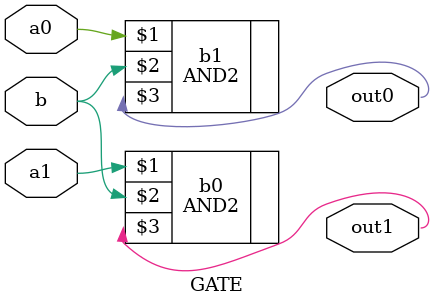
<source format=v>
module GATE(a1, a0, b, out1, out0);

input a1, a0, b;
output out1, out0;
wire nc,t1,t2;

AND2 b1(a0, b, out0);
AND2 b0(a1, b, out1);

endmodule

</source>
